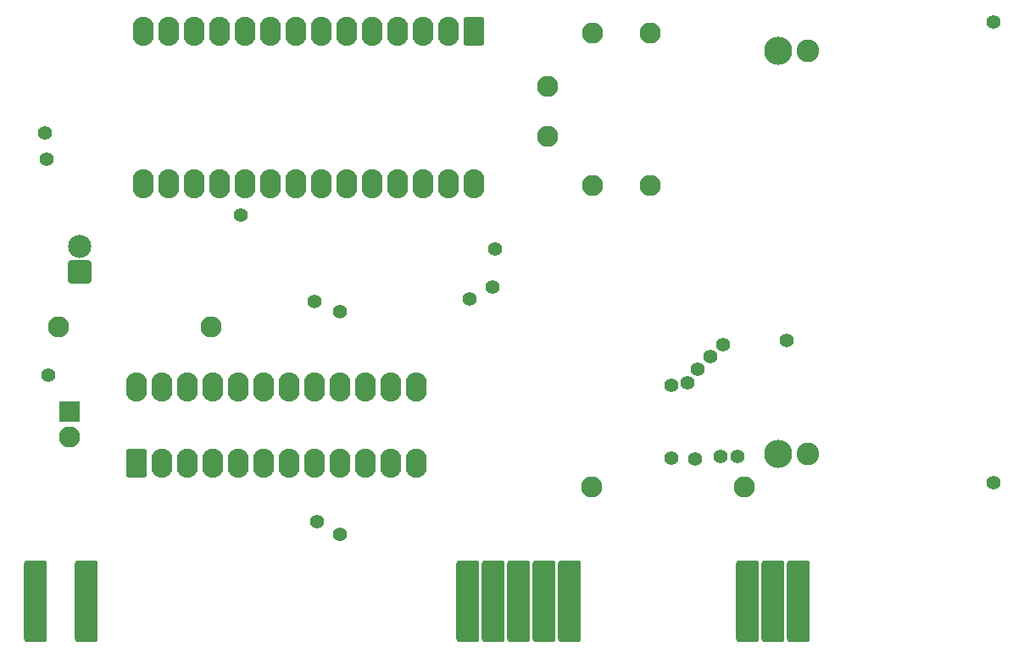
<source format=gbs>
%TF.GenerationSoftware,KiCad,Pcbnew,9.0.0*%
%TF.CreationDate,2025-03-25T10:37:28+02:00*%
%TF.ProjectId,xt-cf,78742d63-662e-46b6-9963-61645f706362,rev?*%
%TF.SameCoordinates,Original*%
%TF.FileFunction,Soldermask,Bot*%
%TF.FilePolarity,Negative*%
%FSLAX46Y46*%
G04 Gerber Fmt 4.6, Leading zero omitted, Abs format (unit mm)*
G04 Created by KiCad (PCBNEW 9.0.0) date 2025-03-25 10:37:28*
%MOMM*%
%LPD*%
G01*
G04 APERTURE LIST*
G04 Aperture macros list*
%AMRoundRect*
0 Rectangle with rounded corners*
0 $1 Rounding radius*
0 $2 $3 $4 $5 $6 $7 $8 $9 X,Y pos of 4 corners*
0 Add a 4 corners polygon primitive as box body*
4,1,4,$2,$3,$4,$5,$6,$7,$8,$9,$2,$3,0*
0 Add four circle primitives for the rounded corners*
1,1,$1+$1,$2,$3*
1,1,$1+$1,$4,$5*
1,1,$1+$1,$6,$7*
1,1,$1+$1,$8,$9*
0 Add four rect primitives between the rounded corners*
20,1,$1+$1,$2,$3,$4,$5,0*
20,1,$1+$1,$4,$5,$6,$7,0*
20,1,$1+$1,$6,$7,$8,$9,0*
20,1,$1+$1,$8,$9,$2,$3,0*%
G04 Aperture macros list end*
%ADD10RoundRect,0.329375X0.724625X-1.124625X0.724625X1.124625X-0.724625X1.124625X-0.724625X-1.124625X0*%
%ADD11O,2.108000X2.908000*%
%ADD12C,2.108000*%
%ADD13RoundRect,0.254000X-0.889000X-3.810000X0.889000X-3.810000X0.889000X3.810000X-0.889000X3.810000X0*%
%ADD14O,2.108000X2.108000*%
%ADD15RoundRect,0.254000X0.900000X-0.900000X0.900000X0.900000X-0.900000X0.900000X-0.900000X-0.900000X0*%
%ADD16C,2.308000*%
%ADD17RoundRect,0.329375X-0.724625X1.124625X-0.724625X-1.124625X0.724625X-1.124625X0.724625X1.124625X0*%
%ADD18C,1.407160*%
%ADD19C,2.809240*%
%ADD20C,2.258060*%
%ADD21RoundRect,0.254000X-0.800000X0.800000X-0.800000X-0.800000X0.800000X-0.800000X0.800000X0.800000X0*%
%ADD22C,1.397000*%
G04 APERTURE END LIST*
D10*
%TO.C,U1*%
X114180000Y-116620000D03*
D11*
X116720000Y-116620000D03*
X119260000Y-116620000D03*
X121800000Y-116620000D03*
X124340000Y-116620000D03*
X126880000Y-116620000D03*
X129420000Y-116620000D03*
X131960000Y-116620000D03*
X134500000Y-116620000D03*
X137040000Y-116620000D03*
X139580000Y-116620000D03*
X142120000Y-116620000D03*
X142120000Y-109000000D03*
X139580000Y-109000000D03*
X137040000Y-109000000D03*
X134500000Y-109000000D03*
X131960000Y-109000000D03*
X129420000Y-109000000D03*
X126880000Y-109000000D03*
X124340000Y-109000000D03*
X121800000Y-109000000D03*
X119260000Y-109000000D03*
X116720000Y-109000000D03*
X114180000Y-109000000D03*
%TD*%
D12*
%TO.C,C1*%
X155250000Y-84000000D03*
X155250000Y-79000000D03*
%TD*%
D13*
%TO.C,BUS1*%
X180340000Y-130492500D03*
X177800000Y-130492500D03*
X175260000Y-130492500D03*
X157480000Y-130492500D03*
X154940000Y-130492500D03*
X152400000Y-130492500D03*
X149860000Y-130492500D03*
X147320000Y-130492500D03*
X109220000Y-130492500D03*
X104140000Y-130492500D03*
%TD*%
D12*
%TO.C,R1*%
X106380000Y-103000000D03*
D14*
X121620000Y-103000000D03*
%TD*%
D12*
%TO.C,R3*%
X165500000Y-88870000D03*
D14*
X165500000Y-73630000D03*
%TD*%
D12*
%TO.C,R4*%
X159750000Y-88870000D03*
D14*
X159750000Y-73630000D03*
%TD*%
D15*
%TO.C,D1*%
X108500000Y-97500000D03*
D16*
X108500000Y-94960000D03*
%TD*%
D17*
%TO.C,U2*%
X147870000Y-73510000D03*
D11*
X145330000Y-73510000D03*
X142790000Y-73510000D03*
X140250000Y-73510000D03*
X137710000Y-73510000D03*
X135170000Y-73510000D03*
X132630000Y-73510000D03*
X130090000Y-73510000D03*
X127550000Y-73510000D03*
X125010000Y-73510000D03*
X122470000Y-73510000D03*
X119930000Y-73510000D03*
X117390000Y-73510000D03*
X114850000Y-73510000D03*
X114850000Y-88750000D03*
X117390000Y-88750000D03*
X119930000Y-88750000D03*
X122470000Y-88750000D03*
X125010000Y-88750000D03*
X127550000Y-88750000D03*
X130090000Y-88750000D03*
X132630000Y-88750000D03*
X135170000Y-88750000D03*
X137710000Y-88750000D03*
X140250000Y-88750000D03*
X142790000Y-88750000D03*
X145330000Y-88750000D03*
X147870000Y-88750000D03*
%TD*%
D18*
%TO.C,P1*%
X199747620Y-118567200D03*
D19*
X178249060Y-115687540D03*
D20*
X181248800Y-115687540D03*
D19*
X178249060Y-75447460D03*
D20*
X181248800Y-75447460D03*
D18*
X199747620Y-72567800D03*
%TD*%
D12*
%TO.C,R2*%
X174870000Y-119000000D03*
D14*
X159630000Y-119000000D03*
%TD*%
D21*
%TO.C,C2*%
X107500000Y-111500000D03*
D12*
X107500000Y-114000000D03*
%TD*%
D22*
X105022650Y-83629297D03*
X132250000Y-122500000D03*
X134500000Y-123750000D03*
X105386600Y-107863400D03*
X105250000Y-86250000D03*
X167640000Y-116110000D03*
X167612040Y-108887960D03*
X170000000Y-116250000D03*
X169223279Y-108585000D03*
X170250000Y-107250000D03*
X172500000Y-116000000D03*
X171500000Y-106000000D03*
X174250000Y-116000000D03*
X172750000Y-104775000D03*
X134500000Y-101500000D03*
X132000000Y-100500000D03*
X124625000Y-91875000D03*
X147500000Y-100250000D03*
X149750000Y-99000000D03*
X179095393Y-104404607D03*
X150000000Y-95250000D03*
M02*

</source>
